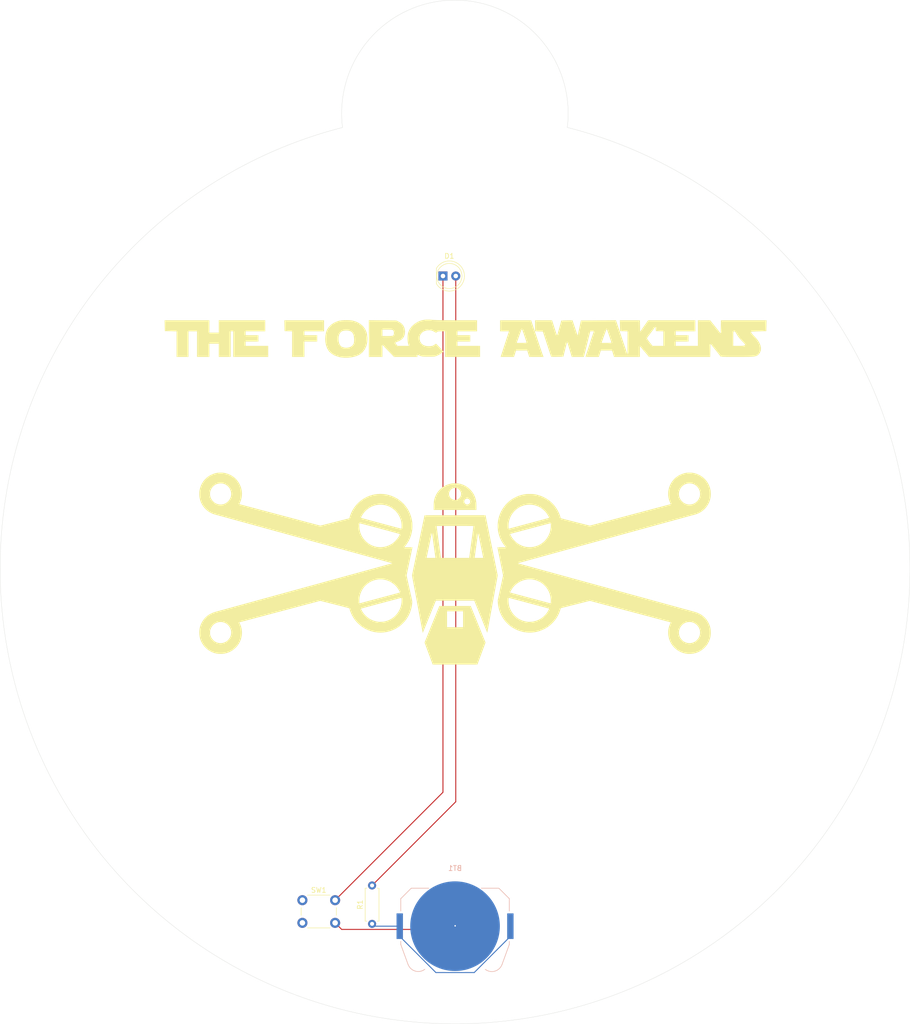
<source format=kicad_pcb>
(kicad_pcb (version 20241229) (generator "pcbnew") (generator_version "9.0")
  (layers (0 "F.Cu" signal) (2 "B.Cu" signal) (13 "F.Paste" user) (15 "B.Paste" user) (5 "F.SilkS" user "F.Silkscreen") (7 "B.SilkS" user "B.Silkscreen") (1 "F.Mask" user) (3 "B.Mask" user) (25 "Edge.Cuts" user))
  (net 0 "")
  (net 1 "Net-(BT1-+)")
  (net 2 "Net-(BT1--)")
  (net 3 "Net-(D1-A)")
  (net 4 "Net-(D1-K)")
  (footprint "LOGO" (layer "F.Cu") (at 144.3 141.41)
    (property "Reference" "G***" (at 0 0 0) (layer "F.SilkS") (effects (font (size 1.5 1.5) (thickness 0.3))))
    (property "Value" "LOGO" (hide yes))
  )
  (footprint "Resistor_THT:R_Axial_DIN0207_L6.3mm_D2.5mm_P7.62mm_Horizontal" (layer "F.Cu") (at 127.82 211.93 90)
    (property "Reference" "R1" (at 3.81 -2.37 90) (layer "F.SilkS"))
    (property "Value" "R")
    (pad "1" thru_hole circle (at 0 0 90) (size 1.6 1.6) (drill 0.8) (layers "*.Cu" "*.Mask") (net 1 "Net-(BT1-+)"))
    (pad "2" thru_hole oval (at 7.62 0 90) (size 1.6 1.6) (drill 0.8) (layers "*.Cu" "*.Mask") (net 3 "Net-(D1-A)"))
  )
  (footprint "LED_THT:LED_D5.0mm" (layer "F.Cu") (at 141.9 83.34)
    (property "Reference" "D1" (at 1.27 -3.96 0) (layer "F.SilkS"))
    (property "Value" "LED")
    (pad "1" thru_hole rect (at 0 0) (size 1.8 1.8) (drill 0.9) (layers "*.Cu" "*.Mask") (net 4 "Net-(D1-K)"))
    (pad "2" thru_hole circle (at 2.54 0) (size 1.8 1.8) (drill 0.9) (layers "*.Cu" "*.Mask") (net 3 "Net-(D1-A)"))
  )
  (footprint "LOGO" (layer "F.Cu") (at 146.39 95.76)
    (property "Reference" "G***" (hide yes))
    (property "Value" "LOGO" (hide yes))
  )
  (footprint "Button_Switch_THT:SW_PUSH_6mm" (layer "F.Cu") (at 113.98 207.23)
    (property "Reference" "SW1" (at 3.25 -2 0) (layer "F.SilkS"))
    (property "Value" "SW_Push")
    (pad "1" thru_hole circle (at 0 0 90) (size 2 2) (drill 1.1) (layers "*.Cu" "*.Mask") (net 4 "Net-(D1-K)"))
    (pad "1" thru_hole circle (at 6.5 0 90) (size 2 2) (drill 1.1) (layers "*.Cu" "*.Mask") (net 4 "Net-(D1-K)"))
    (pad "2" thru_hole circle (at 0 4.5 90) (size 2 2) (drill 1.1) (layers "*.Cu" "*.Mask") (net 2 "Net-(BT1--)"))
    (pad "2" thru_hole circle (at 6.5 4.5 90) (size 2 2) (drill 1.1) (layers "*.Cu" "*.Mask") (net 2 "Net-(BT1--)"))
  )
  (footprint "Battery:BatteryHolder_Keystone_3034_1x20mm" (layer "B.Cu") (at 144.3 212.39 180)
    (property "Reference" "BT1" (at 0 11.5 0) (layer "B.SilkS") (effects (justify mirror)))
    (property "Value" "Battery")
    (pad "1" smd rect (at -10.985 0 180) (size 1.27 5.08) (layers "B.Cu" "B.Mask" "B.Paste") (net 1 "Net-(BT1-+)"))
    (pad "1" smd rect (at 10.985 0 180) (size 1.27 5.08) (layers "B.Cu" "B.Mask" "B.Paste") (net 1 "Net-(BT1-+)"))
    (pad "2" smd circle (at 0 0 180) (size 17.8 17.8) (layers "B.Cu" "B.Mask") (net 2 "Net-(BT1--)"))
  )
  (gr_arc (start 121.948156 53.860228) (mid 144.262645 28.5789) (end 166.593661 53.845631) (stroke (width 0.05)) (layer "Edge.Cuts"))
  (gr_arc (start 166.593658 53.84563) (mid 144.329072 231.767762) (end 121.95 53.859994) (stroke (width 0.05)) (layer "Edge.Cuts"))
  (segment (start 140.488821 221.591) (end 133.315 214.417179) (width 0.2) (layer "B.Cu") (net 1))
  (segment (start 133.315 212.39) (end 128.28 212.39) (width 0.2) (layer "B.Cu") (net 1))
  (segment (start 155.285 214.417179) (end 148.111179 221.591) (width 0.2) (layer "B.Cu") (net 1))
  (segment (start 148.111179 221.591) (end 140.488821 221.591) (width 0.2) (layer "B.Cu") (net 1))
  (segment (start 133.315 214.417179) (end 133.315 212.39) (width 0.2) (layer "B.Cu") (net 1))
  (segment (start 155.285 212.39) (end 155.285 214.417179) (width 0.2) (layer "B.Cu") (net 1))
  (segment (start 128.28 212.39) (end 127.82 211.93) (width 0.2) (layer "B.Cu") (net 1))
  (segment (start 121.781 213.031) (end 120.48 211.73) (width 0.2) (layer "F.Cu") (net 2))
  (segment (start 143.609 213.031) (end 121.781 213.031) (width 0.2) (layer "F.Cu") (net 2))
  (segment (start 144.32 212.32) (end 143.609 213.031) (width 0.2) (layer "F.Cu") (net 2))
  (via (at 144.32 212.32) (size 0.6) (drill 0.3) (layers "F.Cu" "B.Cu") (net 2))
  (segment (start 144.3 212.34) (end 144.32 212.32) (width 0.2) (layer "B.Cu") (net 2))
  (segment (start 144.3 212.39) (end 144.3 212.34) (width 0.2) (layer "B.Cu") (net 2))
  (segment (start 144.44 187.69) (end 127.82 204.31) (width 0.2) (layer "F.Cu") (net 3))
  (segment (start 144.44 83.34) (end 144.44 187.69) (width 0.2) (layer "F.Cu") (net 3))
  (segment (start 141.9 185.81) (end 120.48 207.23) (width 0.2) (layer "F.Cu") (net 4))
  (segment (start 141.9 83.34) (end 141.9 185.81) (width 0.2) (layer "F.Cu") (net 4))
)
</source>
